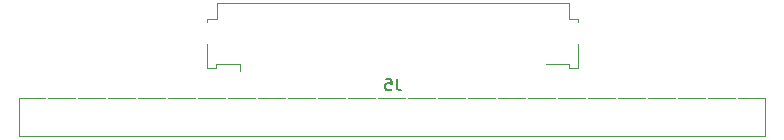
<source format=gbo>
G04 #@! TF.GenerationSoftware,KiCad,Pcbnew,(5.1.10)-1*
G04 #@! TF.CreationDate,2021-10-24T19:11:05-07:00*
G04 #@! TF.ProjectId,Atari130MX-adapter,41746172-6931-4333-904d-582d61646170,rev?*
G04 #@! TF.SameCoordinates,Original*
G04 #@! TF.FileFunction,Legend,Bot*
G04 #@! TF.FilePolarity,Positive*
%FSLAX46Y46*%
G04 Gerber Fmt 4.6, Leading zero omitted, Abs format (unit mm)*
G04 Created by KiCad (PCBNEW (5.1.10)-1) date 2021-10-24 19:11:05*
%MOMM*%
%LPD*%
G01*
G04 APERTURE LIST*
%ADD10C,0.120000*%
%ADD11C,0.150000*%
%ADD12O,1.524000X2.540000*%
%ADD13R,0.400000X1.000000*%
%ADD14R,2.000000X1.300000*%
G04 APERTURE END LIST*
D10*
X98564040Y-64919860D02*
X161664040Y-64919860D01*
X98564040Y-61744860D02*
X161664040Y-61744860D01*
X98564040Y-61744860D02*
X98564040Y-64919860D01*
X161664040Y-61744860D02*
X161664040Y-64919860D01*
X145127700Y-58820000D02*
X143147700Y-58820000D01*
X145127700Y-59170000D02*
X145127700Y-58820000D01*
X145897700Y-59170000D02*
X145127700Y-59170000D01*
X145897700Y-57120000D02*
X145897700Y-59170000D01*
X145897700Y-55000000D02*
X145897700Y-55300000D01*
X145097700Y-55000000D02*
X145897700Y-55000000D01*
X145097700Y-53700000D02*
X145097700Y-55000000D01*
X115277700Y-53700000D02*
X145097700Y-53700000D01*
X115277700Y-55000000D02*
X115277700Y-53700000D01*
X114477700Y-55000000D02*
X115277700Y-55000000D01*
X114477700Y-55300000D02*
X114477700Y-55000000D01*
X114477700Y-59170000D02*
X114477700Y-57120000D01*
X115247700Y-59170000D02*
X114477700Y-59170000D01*
X115247700Y-58820000D02*
X115247700Y-59170000D01*
X117227700Y-58820000D02*
X115247700Y-58820000D01*
X117227700Y-59410000D02*
X117227700Y-58820000D01*
D11*
X130521033Y-60062380D02*
X130521033Y-60776666D01*
X130568652Y-60919523D01*
X130663890Y-61014761D01*
X130806747Y-61062380D01*
X130901985Y-61062380D01*
X129568652Y-60062380D02*
X130044842Y-60062380D01*
X130092461Y-60538571D01*
X130044842Y-60490952D01*
X129949604Y-60443333D01*
X129711509Y-60443333D01*
X129616271Y-60490952D01*
X129568652Y-60538571D01*
X129521033Y-60633809D01*
X129521033Y-60871904D01*
X129568652Y-60967142D01*
X129616271Y-61014761D01*
X129711509Y-61062380D01*
X129949604Y-61062380D01*
X130044842Y-61014761D01*
X130092461Y-60967142D01*
%LPC*%
D12*
X159324040Y-63014860D03*
X156784040Y-63014860D03*
X154244040Y-63014860D03*
X151704040Y-63014860D03*
X149164040Y-63014860D03*
X146624040Y-63014860D03*
X144084040Y-63014860D03*
X141544040Y-63014860D03*
X139004040Y-63014860D03*
X136464040Y-63014860D03*
X133924040Y-63014860D03*
X131384040Y-63014860D03*
X128844040Y-63014860D03*
X126304040Y-63014860D03*
X123764040Y-63014860D03*
X121224040Y-63014860D03*
X118684040Y-63014860D03*
X116144040Y-63014860D03*
X113604040Y-63014860D03*
X111064040Y-63014860D03*
X108524040Y-63014860D03*
X105984040Y-63014860D03*
X103444040Y-63014860D03*
X100904040Y-63014860D03*
D13*
X142687700Y-58910000D03*
X141687700Y-58910000D03*
X140687700Y-58910000D03*
X139687700Y-58910000D03*
X138687700Y-58910000D03*
X137687700Y-58910000D03*
X136687700Y-58910000D03*
X135687700Y-58910000D03*
X134687700Y-58910000D03*
X133687700Y-58910000D03*
X132687700Y-58910000D03*
X131687700Y-58910000D03*
X130687700Y-58910000D03*
X129687700Y-58910000D03*
X128687700Y-58910000D03*
X127687700Y-58910000D03*
X126687700Y-58910000D03*
X125687700Y-58910000D03*
X124687700Y-58910000D03*
X123687700Y-58910000D03*
X122687700Y-58910000D03*
X121687700Y-58910000D03*
X120687700Y-58910000D03*
X119687700Y-58910000D03*
X118687700Y-58910000D03*
X117687700Y-58910000D03*
D14*
X145487700Y-56210000D03*
X114887700Y-56210000D03*
M02*

</source>
